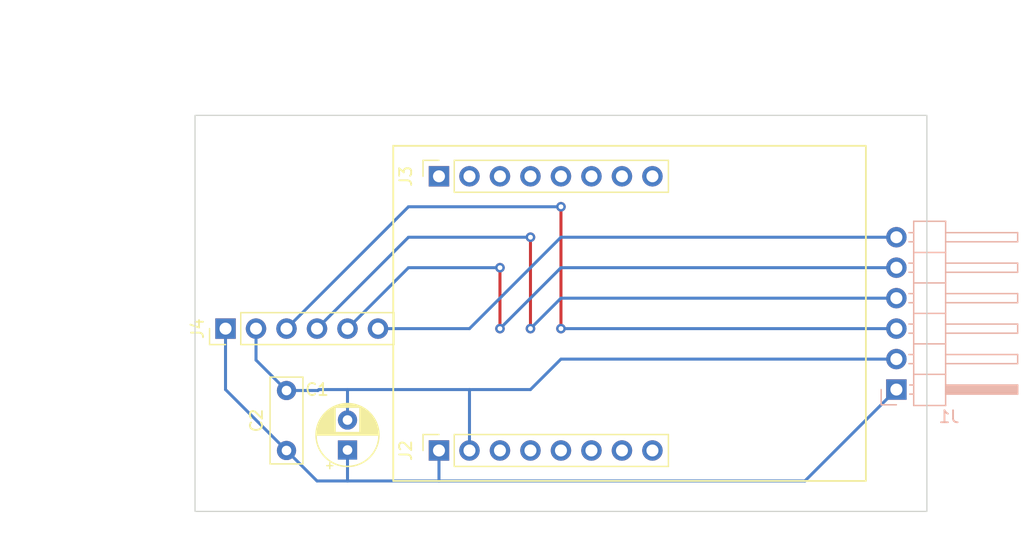
<source format=kicad_pcb>
(kicad_pcb (version 20221018) (generator pcbnew)
  (layers (0 "F.Cu" jumper) (31 "B.Cu" signal) (34 "B.Paste" user) (35 "F.Paste" user) (36 "B.SilkS" user "B.Silkscreen") (37 "F.SilkS" user "F.Silkscreen") (38 "B.Mask" user) (39 "F.Mask" user) (44 "Edge.Cuts" user))
  (net 0 "")
  (net 1 "Net-(J1-SCL)")
  (net 2 "Net-(J1-SDA)")
  (net 9 "+5V")
  (net 10 "GND")
  (net 19 "Net-(J1-RXSHUT)")
  (net 20 "Net-(J1-FXSHUT)")
  (footprint "Capacitor_THT:CP_Radial_D5.0mm_P2.50mm" (layer "F.Cu") (at 91.44 106.64 90)
    (fp_text reference "C1" (at 5.04 -2.54) (layer "F.SilkS"))
    (fp_text value "22 uF")
    (fp_line (start -1.554775 -1.475) (end -1.054775 -1.475) (stroke (width 0.12)) (layer "F.SilkS"))
    (fp_line (start -1.304775 -1.725) (end -1.304775 -1.225) (stroke (width 0.12)) (layer "F.SilkS"))
    (fp_line (start 1.25 -2.58) (end 1.25 2.58) (stroke (width 0.12)) (layer "F.SilkS"))
    (fp_line (start 1.29 -2.58) (end 1.29 2.58) (stroke (width 0.12)) (layer "F.SilkS"))
    (fp_line (start 1.33 -2.579) (end 1.33 2.579) (stroke (width 0.12)) (layer "F.SilkS"))
    (fp_line (start 1.37 -2.578) (end 1.37 2.578) (stroke (width 0.12)) (layer "F.SilkS"))
    (fp_line (start 1.41 -2.576) (end 1.41 2.576) (stroke (width 0.12)) (layer "F.SilkS"))
    (fp_line (start 1.45 -2.573) (end 1.45 2.573) (stroke (width 0.12)) (layer "F.SilkS"))
    (fp_line (start 1.49 -2.569) (end 1.49 -1.04) (stroke (width 0.12)) (layer "F.SilkS"))
    (fp_line (start 1.49 1.04) (end 1.49 2.569) (stroke (width 0.12)) (layer "F.SilkS"))
    (fp_line (start 1.53 -2.565) (end 1.53 -1.04) (stroke (width 0.12)) (layer "F.SilkS"))
    (fp_line (start 1.53 1.04) (end 1.53 2.565) (stroke (width 0.12)) (layer "F.SilkS"))
    (fp_line (start 1.57 -2.561) (end 1.57 -1.04) (stroke (width 0.12)) (layer "F.SilkS"))
    (fp_line (start 1.57 1.04) (end 1.57 2.561) (stroke (width 0.12)) (layer "F.SilkS"))
    (fp_line (start 1.61 -2.556) (end 1.61 -1.04) (stroke (width 0.12)) (layer "F.SilkS"))
    (fp_line (start 1.61 1.04) (end 1.61 2.556) (stroke (width 0.12)) (layer "F.SilkS"))
    (fp_line (start 1.65 -2.55) (end 1.65 -1.04) (stroke (width 0.12)) (layer "F.SilkS"))
    (fp_line (start 1.65 1.04) (end 1.65 2.55) (stroke (width 0.12)) (layer "F.SilkS"))
    (fp_line (start 1.69 -2.543) (end 1.69 -1.04) (stroke (width 0.12)) (layer "F.SilkS"))
    (fp_line (start 1.69 1.04) (end 1.69 2.543) (stroke (width 0.12)) (layer "F.SilkS"))
    (fp_line (start 1.73 -2.536) (end 1.73 -1.04) (stroke (width 0.12)) (layer "F.SilkS"))
    (fp_line (start 1.73 1.04) (end 1.73 2.536) (stroke (width 0.12)) (layer "F.SilkS"))
    (fp_line (start 1.77 -2.528) (end 1.77 -1.04) (stroke (width 0.12)) (layer "F.SilkS"))
    (fp_line (start 1.77 1.04) (end 1.77 2.528) (stroke (width 0.12)) (layer "F.SilkS"))
    (fp_line (start 1.81 -2.52) (end 1.81 -1.04) (stroke (width 0.12)) (layer "F.SilkS"))
    (fp_line (start 1.81 1.04) (end 1.81 2.52) (stroke (width 0.12)) (layer "F.SilkS"))
    (fp_line (start 1.85 -2.511) (end 1.85 -1.04) (stroke (width 0.12)) (layer "F.SilkS"))
    (fp_line (start 1.85 1.04) (end 1.85 2.511) (stroke (width 0.12)) (layer "F.SilkS"))
    (fp_line (start 1.89 -2.501) (end 1.89 -1.04) (stroke (width 0.12)) (layer "F.SilkS"))
    (fp_line (start 1.89 1.04) (end 1.89 2.501) (stroke (width 0.12)) (layer "F.SilkS"))
    (fp_line (start 1.93 -2.491) (end 1.93 -1.04) (stroke (width 0.12)) (layer "F.SilkS"))
    (fp_line (start 1.93 1.04) (end 1.93 2.491) (stroke (width 0.12)) (layer "F.SilkS"))
    (fp_line (start 1.971 -2.48) (end 1.971 -1.04) (stroke (width 0.12)) (layer "F.SilkS"))
    (fp_line (start 1.971 1.04) (end 1.971 2.48) (stroke (width 0.12)) (layer "F.SilkS"))
    (fp_line (start 2.011 -2.468) (end 2.011 -1.04) (stroke (width 0.12)) (layer "F.SilkS"))
    (fp_line (start 2.011 1.04) (end 2.011 2.468) (stroke (width 0.12)) (layer "F.SilkS"))
    (fp_line (start 2.051 -2.455) (end 2.051 -1.04) (stroke (width 0.12)) (layer "F.SilkS"))
    (fp_line (start 2.051 1.04) (end 2.051 2.455) (stroke (width 0.12)) (layer "F.SilkS"))
    (fp_line (start 2.091 -2.442) (end 2.091 -1.04) (stroke (width 0.12)) (layer "F.SilkS"))
    (fp_line (start 2.091 1.04) (end 2.091 2.442) (stroke (width 0.12)) (layer "F.SilkS"))
    (fp_line (start 2.131 -2.428) (end 2.131 -1.04) (stroke (width 0.12)) (layer "F.SilkS"))
    (fp_line (start 2.131 1.04) (end 2.131 2.428) (stroke (width 0.12)) (layer "F.SilkS"))
    (fp_line (start 2.171 -2.414) (end 2.171 -1.04) (stroke (width 0.12)) (layer "F.SilkS"))
    (fp_line (start 2.171 1.04) (end 2.171 2.414) (stroke (width 0.12)) (layer "F.SilkS"))
    (fp_line (start 2.211 -2.398) (end 2.211 -1.04) (stroke (width 0.12)) (layer "F.SilkS"))
    (fp_line (start 2.211 1.04) (end 2.211 2.398) (stroke (width 0.12)) (layer "F.SilkS"))
    (fp_line (start 2.251 -2.382) (end 2.251 -1.04) (stroke (width 0.12)) (layer "F.SilkS"))
    (fp_line (start 2.251 1.04) (end 2.251 2.382) (stroke (width 0.12)) (layer "F.SilkS"))
    (fp_line (start 2.291 -2.365) (end 2.291 -1.04) (stroke (width 0.12)) (layer "F.SilkS"))
    (fp_line (start 2.291 1.04) (end 2.291 2.365) (stroke (width 0.12)) (layer "F.SilkS"))
    (fp_line (start 2.331 -2.348) (end 2.331 -1.04) (stroke (width 0.12)) (layer "F.SilkS"))
    (fp_line (start 2.331 1.04) (end 2.331 2.348) (stroke (width 0.12)) (layer "F.SilkS"))
    (fp_line (start 2.371 -2.329) (end 2.371 -1.04) (stroke (width 0.12)) (layer "F.SilkS"))
    (fp_line (start 2.371 1.04) (end 2.371 2.329) (stroke (width 0.12)) (layer "F.SilkS"))
    (fp_line (start 2.411 -2.31) (end 2.411 -1.04) (stroke (width 0.12)) (layer "F.SilkS"))
    (fp_line (start 2.411 1.04) (end 2.411 2.31) (stroke (width 0.12)) (layer "F.SilkS"))
    (fp_line (start 2.451 -2.29) (end 2.451 -1.04) (stroke (width 0.12)) (layer "F.SilkS"))
    (fp_line (start 2.451 1.04) (end 2.451 2.29) (stroke (width 0.12)) (layer "F.SilkS"))
    (fp_line (start 2.491 -2.268) (end 2.491 -1.04) (stroke (width 0.12)) (layer "F.SilkS"))
    (fp_line (start 2.491 1.04) (end 2.491 2.268) (stroke (width 0.12)) (layer "F.SilkS"))
    (fp_line (start 2.531 -2.247) (end 2.531 -1.04) (stroke (width 0.12)) (layer "F.SilkS"))
    (fp_line (start 2.531 1.04) (end 2.531 2.247) (stroke (width 0.12)) (layer "F.SilkS"))
    (fp_line (start 2.571 -2.224) (end 2.571 -1.04) (stroke (width 0.12)) (layer "F.SilkS"))
    (fp_line (start 2.571 1.04) (end 2.571 2.224) (stroke (width 0.12)) (layer "F.SilkS"))
    (fp_line (start 2.611 -2.2) (end 2.611 -1.04) (stroke (width 0.12)) (layer "F.SilkS"))
    (fp_line (start 2.611 1.04) (end 2.611 2.2) (stroke (width 0.12)) (layer "F.SilkS"))
    (fp_line (start 2.651 -2.175) (end 2.651 -1.04) (stroke (width 0.12)) (layer "F.SilkS"))
    (fp_line (start 2.651 1.04) (end 2.651 2.175) (stroke (width 0.12)) (layer "F.SilkS"))
    (fp_line (start 2.691 -2.149) (end 2.691 -1.04) (stroke (width 0.12)) (layer "F.SilkS"))
    (fp_line (start 2.691 1.04) (end 2.691 2.149) (stroke (width 0.12)) (layer "F.SilkS"))
    (fp_line (start 2.731 -2.122) (end 2.731 -1.04) (stroke (width 0.12)) (layer "F.SilkS"))
    (fp_line (start 2.731 1.04) (end 2.731 2.122) (stroke (width 0.12)) (layer "F.SilkS"))
    (fp_line (start 2.771 -2.095) (end 2.771 -1.04) (stroke (width 0.12)) (layer "F.SilkS"))
    (fp_line (start 2.771 1.04) (end 2.771 2.095) (stroke (width 0.12)) (layer "F.SilkS"))
    (fp_line (start 2.811 -2.065) (end 2.811 -1.04) (stroke (width 0.12)) (layer "F.SilkS"))
    (fp_line (start 2.811 1.04) (end 2.811 2.065) (stroke (width 0.12)) (layer "F.SilkS"))
    (fp_line (start 2.851 -2.035) (end 2.851 -1.04) (stroke (width 0.12)) (layer "F.SilkS"))
    (fp_line (start 2.851 1.04) (end 2.851 2.035) (stroke (width 0.12)) (layer "F.SilkS"))
    (fp_line (start 2.891 -2.004) (end 2.891 -1.04) (stroke (width 0.12)) (layer "F.SilkS"))
    (fp_line (start 2.891 1.04) (end 2.891 2.004) (stroke (width 0.12)) (layer "F.SilkS"))
    (fp_line (start 2.931 -1.971) (end 2.931 -1.04) (stroke (width 0.12)) (layer "F.SilkS"))
    (fp_line (start 2.931 1.04) (end 2.931 1.971) (stroke (width 0.12)) (layer "F.SilkS"))
    (fp_line (start 2.971 -1.937) (end 2.971 -1.04) (stroke (width 0.12)) (layer "F.SilkS"))
    (fp_line (start 2.971 1.04) (end 2.971 1.937) (stroke (width 0.12)) (layer "F.SilkS"))
    (fp_line (start 3.011 -1.901) (end 3.011 -1.04) (stroke (width 0.12)) (layer "F.SilkS"))
    (fp_line (start 3.011 1.04) (end 3.011 1.901) (stroke (width 0.12)) (layer "F.SilkS"))
    (fp_line (start 3.051 -1.864) (end 3.051 -1.04) (stroke (width 0.12)) (layer "F.SilkS"))
    (fp_line (start 3.051 1.04) (end 3.051 1.864) (stroke (width 0.12)) (layer "F.SilkS"))
    (fp_line (start 3.091 -1.826) (end 3.091 -1.04) (stroke (width 0.12)) (layer "F.SilkS"))
    (fp_line (start 3.091 1.04) (end 3.091 1.826) (stroke (width 0.12)) (layer "F.SilkS"))
    (fp_line (start 3.131 -1.785) (end 3.131 -1.04) (stroke (width 0.12)) (layer "F.SilkS"))
    (fp_line (start 3.131 1.04) (end 3.131 1.785) (stroke (width 0.12)) (layer "F.SilkS"))
    (fp_line (start 3.171 -1.743) (end 3.171 -1.04) (stroke (width 0.12)) (layer "F.SilkS"))
    (fp_line (start 3.171 1.04) (end 3.171 1.743) (stroke (width 0.12)) (layer "F.SilkS"))
    (fp_line (start 3.211 -1.699) (end 3.211 -1.04) (stroke (width 0.12)) (layer "F.SilkS"))
    (fp_line (start 3.211 1.04) (end 3.211 1.699) (stroke (width 0.12)) (layer "F.SilkS"))
    (fp_line (start 3.251 -1.653) (end 3.251 -1.04) (stroke (width 0.12)) (layer "F.SilkS"))
    (fp_line (start 3.251 1.04) (end 3.251 1.653) (stroke (width 0.12)) (layer "F.SilkS"))
    (fp_line (start 3.291 -1.605) (end 3.291 -1.04) (stroke (width 0.12)) (layer "F.SilkS"))
    (fp_line (start 3.291 1.04) (end 3.291 1.605) (stroke (width 0.12)) (layer "F.SilkS"))
    (fp_line (start 3.331 -1.554) (end 3.331 -1.04) (stroke (width 0.12)) (layer "F.SilkS"))
    (fp_line (start 3.331 1.04) (end 3.331 1.554) (stroke (width 0.12)) (layer "F.SilkS"))
    (fp_line (start 3.371 -1.5) (end 3.371 -1.04) (stroke (width 0.12)) (layer "F.SilkS"))
    (fp_line (start 3.371 1.04) (end 3.371 1.5) (stroke (width 0.12)) (layer "F.SilkS"))
    (fp_line (start 3.411 -1.443) (end 3.411 -1.04) (stroke (width 0.12)) (layer "F.SilkS"))
    (fp_line (start 3.411 1.04) (end 3.411 1.443) (stroke (width 0.12)) (layer "F.SilkS"))
    (fp_line (start 3.451 -1.383) (end 3.451 -1.04) (stroke (width 0.12)) (layer "F.SilkS"))
    (fp_line (start 3.451 1.04) (end 3.451 1.383) (stroke (width 0.12)) (layer "F.SilkS"))
    (fp_line (start 3.491 -1.319) (end 3.491 -1.04) (stroke (width 0.12)) (layer "F.SilkS"))
    (fp_line (start 3.491 1.04) (end 3.491 1.319) (stroke (width 0.12)) (layer "F.SilkS"))
    (fp_line (start 3.531 -1.251) (end 3.531 -1.04) (stroke (width 0.12)) (layer "F.SilkS"))
    (fp_line (start 3.531 1.04) (end 3.531 1.251) (stroke (width 0.12)) (layer "F.SilkS"))
    (fp_line (start 3.571 -1.178) (end 3.571 1.178) (stroke (width 0.12)) (layer "F.SilkS"))
    (fp_line (start 3.611 -1.098) (end 3.611 1.098) (stroke (width 0.12)) (layer "F.SilkS"))
    (fp_line (start 3.651 -1.011) (end 3.651 1.011) (stroke (width 0.12)) (layer "F.SilkS"))
    (fp_line (start 3.691 -0.915) (end 3.691 0.915) (stroke (width 0.12)) (layer "F.SilkS"))
    (fp_line (start 3.731 -0.805) (end 3.731 0.805) (stroke (width 0.12)) (layer "F.SilkS"))
    (fp_line (start 3.771 -0.677) (end 3.771 0.677) (stroke (width 0.12)) (layer "F.SilkS"))
    (fp_line (start 3.811 -0.518) (end 3.811 0.518) (stroke (width 0.12)) (layer "F.SilkS"))
    (fp_line (start 3.851 -0.284) (end 3.851 0.284) (stroke (width 0.12)) (layer "F.SilkS"))
    (fp_circle (center 1.25 0) (end 3.87 0) (stroke (width 0.12)) (fill none) (layer "F.SilkS"))
    (pad "1" thru_hole rect (at 0 0 90) (size 1.6 1.6) (drill 0.8) (layers "*.Cu" "*.Mask") (net 9 "+5V"))
    (pad "2" thru_hole circle (at 2.5 0 90) (size 1.6 1.6) (drill 0.8) (layers "*.Cu" "*.Mask") (net 10 "GND"))
  )
  (footprint "Connector_PinHeader_2.54mm:PinHeader_1x06_P2.54mm_Vertical" (layer "F.Cu") (at 81.28 96.52 90)
    (fp_text reference "J4" (at 0 -2.33 90) (layer "F.SilkS"))
    (fp_text value "Conn_01x06_Pin")
    (fp_line (start -1.33 -1.33) (end 0 -1.33) (stroke (width 0.12)) (layer "F.SilkS"))
    (fp_line (start -1.33 0) (end -1.33 -1.33) (stroke (width 0.12)) (layer "F.SilkS"))
    (fp_line (start -1.33 1.27) (end -1.33 14.03) (stroke (width 0.12)) (layer "F.SilkS"))
    (fp_line (start -1.33 1.27) (end 1.33 1.27) (stroke (width 0.12)) (layer "F.SilkS"))
    (fp_line (start -1.33 14.03) (end 1.33 14.03) (stroke (width 0.12)) (layer "F.SilkS"))
    (fp_line (start 1.33 1.27) (end 1.33 14.03) (stroke (width 0.12)) (layer "F.SilkS"))
    (pad "1" thru_hole rect (at 0 0 90) (size 1.7 1.7) (drill 1) (layers "*.Cu" "*.Mask") (net 9 "+5V"))
    (pad "2" thru_hole oval (at 0 2.54 90) (size 1.7 1.7) (drill 1) (layers "*.Cu" "*.Mask") (net 10 "GND"))
    (pad "3" thru_hole oval (at 0 5.08 90) (size 1.7 1.7) (drill 1) (layers "*.Cu" "*.Mask") (net 1 "Net-(J1-SCL)"))
    (pad "4" thru_hole oval (at 0 7.62 90) (size 1.7 1.7) (drill 1) (layers "*.Cu" "*.Mask") (net 2 "Net-(J1-SDA)"))
    (pad "5" thru_hole oval (at 0 10.16 90) (size 1.7 1.7) (drill 1) (layers "*.Cu" "*.Mask") (net 19 "Net-(J1-RXSHUT)"))
    (pad "6" thru_hole oval (at 0 12.7 90) (size 1.7 1.7) (drill 1) (layers "*.Cu" "*.Mask") (net 20 "Net-(J1-FXSHUT)"))
  )
  (footprint "Connector_PinSocket_2.54mm:PinSocket_1x08_P2.54mm_Vertical" (layer "F.Cu") (at 99.06 83.82 90)
    (fp_text reference "J3" (at 0 -2.77 90) (layer "F.SilkS"))
    (fp_text value "Conn_01x08_Socket")
    (fp_line (start -1.33 1.27) (end -1.33 19.11) (stroke (width 0.12)) (layer "F.SilkS"))
    (fp_line (start -1.33 1.27) (end 1.33 1.27) (stroke (width 0.12)) (layer "F.SilkS"))
    (fp_line (start -1.33 19.11) (end 1.33 19.11) (stroke (width 0.12)) (layer "F.SilkS"))
    (fp_line (start 0 -1.33) (end 1.33 -1.33) (stroke (width 0.12)) (layer "F.SilkS"))
    (fp_line (start 1.33 -1.33) (end 1.33 0) (stroke (width 0.12)) (layer "F.SilkS"))
    (fp_line (start 1.33 1.27) (end 1.33 19.11) (stroke (width 0.12)) (layer "F.SilkS"))
    (pad "1" thru_hole rect (at 0 0 90) (size 1.7 1.7) (drill 1) (layers "*.Cu" "*.Mask"))
    (pad "2" thru_hole oval (at 0 2.54 90) (size 1.7 1.7) (drill 1) (layers "*.Cu" "*.Mask"))
    (pad "3" thru_hole oval (at 0 5.08 90) (size 1.7 1.7) (drill 1) (layers "*.Cu" "*.Mask"))
    (pad "4" thru_hole oval (at 0 7.62 90) (size 1.7 1.7) (drill 1) (layers "*.Cu" "*.Mask"))
    (pad "5" thru_hole oval (at 0 10.16 90) (size 1.7 1.7) (drill 1) (layers "*.Cu" "*.Mask"))
    (pad "6" thru_hole oval (at 0 12.7 90) (size 1.7 1.7) (drill 1) (layers "*.Cu" "*.Mask"))
    (pad "7" thru_hole oval (at 0 15.24 90) (size 1.7 1.7) (drill 1) (layers "*.Cu" "*.Mask"))
    (pad "8" thru_hole oval (at 0 17.78 90) (size 1.7 1.7) (drill 1) (layers "*.Cu" "*.Mask"))
  )
  (footprint "Capacitor_THT:C_Rect_L7.0mm_W2.5mm_P5.00mm" (layer "F.Cu") (at 86.36 106.68 90)
    (fp_text reference "C2" (at 2.5 -2.5 90) (layer "F.SilkS"))
    (fp_text value "100nF")
    (fp_line (start -1.12 -1.37) (end -1.12 1.37) (stroke (width 0.12)) (layer "F.SilkS"))
    (fp_line (start -1.12 -1.37) (end 6.12 -1.37) (stroke (width 0.12)) (layer "F.SilkS"))
    (fp_line (start -1.12 1.37) (end 6.12 1.37) (stroke (width 0.12)) (layer "F.SilkS"))
    (fp_line (start 6.12 -1.37) (end 6.12 1.37) (stroke (width 0.12)) (layer "F.SilkS"))
    (pad "1" thru_hole circle (at 0 0 90) (size 1.6 1.6) (drill 0.8) (layers "*.Cu" "*.Mask") (net 9 "+5V"))
    (pad "2" thru_hole circle (at 5 0 90) (size 1.6 1.6) (drill 0.8) (layers "*.Cu" "*.Mask") (net 10 "GND"))
  )
  (footprint "Connector_PinSocket_2.54mm:PinSocket_1x08_P2.54mm_Vertical" (layer "F.Cu") (at 99.06 106.68 90)
    (fp_text reference "J2" (at 0 -2.77 90) (layer "F.SilkS"))
    (fp_text value "Conn_01x08_Socket")
    (fp_line (start -1.33 1.27) (end -1.33 19.11) (stroke (width 0.12)) (layer "F.SilkS"))
    (fp_line (start -1.33 1.27) (end 1.33 1.27) (stroke (width 0.12)) (layer "F.SilkS"))
    (fp_line (start -1.33 19.11) (end 1.33 19.11) (stroke (width 0.12)) (layer "F.SilkS"))
    (fp_line (start 0 -1.33) (end 1.33 -1.33) (stroke (width 0.12)) (layer "F.SilkS"))
    (fp_line (start 1.33 -1.33) (end 1.33 0) (stroke (width 0.12)) (layer "F.SilkS"))
    (fp_line (start 1.33 1.27) (end 1.33 19.11) (stroke (width 0.12)) (layer "F.SilkS"))
    (pad "1" thru_hole rect (at 0 0 90) (size 1.7 1.7) (drill 1) (layers "*.Cu" "*.Mask") (net 9 "+5V"))
    (pad "2" thru_hole oval (at 0 2.54 90) (size 1.7 1.7) (drill 1) (layers "*.Cu" "*.Mask") (net 10 "GND"))
    (pad "3" thru_hole oval (at 0 5.08 90) (size 1.7 1.7) (drill 1) (layers "*.Cu" "*.Mask"))
    (pad "4" thru_hole oval (at 0 7.62 90) (size 1.7 1.7) (drill 1) (layers "*.Cu" "*.Mask"))
    (pad "5" thru_hole oval (at 0 10.16 90) (size 1.7 1.7) (drill 1) (layers "*.Cu" "*.Mask"))
    (pad "6" thru_hole oval (at 0 12.7 90) (size 1.7 1.7) (drill 1) (layers "*.Cu" "*.Mask"))
    (pad "7" thru_hole oval (at 0 15.24 90) (size 1.7 1.7) (drill 1) (layers "*.Cu" "*.Mask"))
    (pad "8" thru_hole oval (at 0 17.78 90) (size 1.7 1.7) (drill 1) (layers "*.Cu" "*.Mask"))
  )
  (footprint "Connector_PinHeader_2.54mm:PinHeader_1x06_P2.54mm_Horizontal" (layer "B.Cu") (at 137.16 101.6)
    (fp_text reference "J1" (at 4.385 2.27) (layer "B.SilkS") (effects (justify mirror)))
    (fp_text value "Conn_01x06_Pin")
    (fp_line (start -1.27 0) (end -1.27 1.27) (stroke (width 0.12)) (layer "B.SilkS"))
    (fp_line (start -1.27 1.27) (end 0 1.27) (stroke (width 0.12)) (layer "B.SilkS"))
    (fp_line (start 1.042929 -13.08) (end 1.44 -13.08) (stroke (width 0.12)) (layer "B.SilkS"))
    (fp_line (start 1.042929 -12.32) (end 1.44 -12.32) (stroke (width 0.12)) (layer "B.SilkS"))
    (fp_line (start 1.042929 -10.54) (end 1.44 -10.54) (stroke (width 0.12)) (layer "B.SilkS"))
    (fp_line (start 1.042929 -9.78) (end 1.44 -9.78) (stroke (width 0.12)) (layer "B.SilkS"))
    (fp_line (start 1.042929 -8) (end 1.44 -8) (stroke (width 0.12)) (layer "B.SilkS"))
    (fp_line (start 1.042929 -7.24) (end 1.44 -7.24) (stroke (width 0.12)) (layer "B.SilkS"))
    (fp_line (start 1.042929 -5.46) (end 1.44 -5.46) (stroke (width 0.12)) (layer "B.SilkS"))
    (fp_line (start 1.042929 -4.7) (end 1.44 -4.7) (stroke (width 0.12)) (layer "B.SilkS"))
    (fp_line (start 1.042929 -2.92) (end 1.44 -2.92) (stroke (width 0.12)) (layer "B.SilkS"))
    (fp_line (start 1.042929 -2.16) (end 1.44 -2.16) (stroke (width 0.12)) (layer "B.SilkS"))
    (fp_line (start 1.11 -0.38) (end 1.44 -0.38) (stroke (width 0.12)) (layer "B.SilkS"))
    (fp_line (start 1.11 0.38) (end 1.44 0.38) (stroke (width 0.12)) (layer "B.SilkS"))
    (fp_line (start 1.44 -14.03) (end 4.1 -14.03) (stroke (width 0.12)) (layer "B.SilkS"))
    (fp_line (start 1.44 -11.43) (end 4.1 -11.43) (stroke (width 0.12)) (layer "B.SilkS"))
    (fp_line (start 1.44 -8.89) (end 4.1 -8.89) (stroke (width 0.12)) (layer "B.SilkS"))
    (fp_line (start 1.44 -6.35) (end 4.1 -6.35) (stroke (width 0.12)) (layer "B.SilkS"))
    (fp_line (start 1.44 -3.81) (end 4.1 -3.81) (stroke (width 0.12)) (layer "B.SilkS"))
    (fp_line (start 1.44 -1.27) (end 4.1 -1.27) (stroke (width 0.12)) (layer "B.SilkS"))
    (fp_line (start 1.44 1.33) (end 1.44 -14.03) (stroke (width 0.12)) (layer "B.SilkS"))
    (fp_line (start 4.1 -14.03) (end 4.1 1.33) (stroke (width 0.12)) (layer "B.SilkS"))
    (fp_line (start 4.1 -12.32) (end 10.1 -12.32) (stroke (width 0.12)) (layer "B.SilkS"))
    (fp_line (start 4.1 -9.78) (end 10.1 -9.78) (stroke (width 0.12)) (layer "B.SilkS"))
    (fp_line (start 4.1 -7.24) (end 10.1 -7.24) (stroke (width 0.12)) (layer "B.SilkS"))
    (fp_line (start 4.1 -4.7) (end 10.1 -4.7) (stroke (width 0.12)) (layer "B.SilkS"))
    (fp_line (start 4.1 -2.16) (end 10.1 -2.16) (stroke (width 0.12)) (layer "B.SilkS"))
    (fp_line (start 4.1 -0.28) (end 10.1 -0.28) (stroke (width 0.12)) (layer "B.SilkS"))
    (fp_line (start 4.1 -0.16) (end 10.1 -0.16) (stroke (width 0.12)) (layer "B.SilkS"))
    (fp_line (start 4.1 -0.04) (end 10.1 -0.04) (stroke (width 0.12)) (layer "B.SilkS"))
    (fp_line (start 4.1 0.08) (end 10.1 0.08) (stroke (width 0.12)) (layer "B.SilkS"))
    (fp_line (start 4.1 0.2) (end 10.1 0.2) (stroke (width 0.12)) (layer "B.SilkS"))
    (fp_line (start 4.1 0.32) (end 10.1 0.32) (stroke (width 0.12)) (layer "B.SilkS"))
    (fp_line (start 4.1 0.38) (end 10.1 0.38) (stroke (width 0.12)) (layer "B.SilkS"))
    (fp_line (start 4.1 1.33) (end 1.44 1.33) (stroke (width 0.12)) (layer "B.SilkS"))
    (fp_line (start 10.1 -13.08) (end 4.1 -13.08) (stroke (width 0.12)) (layer "B.SilkS"))
    (fp_line (start 10.1 -12.32) (end 10.1 -13.08) (stroke (width 0.12)) (layer "B.SilkS"))
    (fp_line (start 10.1 -10.54) (end 4.1 -10.54) (stroke (width 0.12)) (layer "B.SilkS"))
    (fp_line (start 10.1 -9.78) (end 10.1 -10.54) (stroke (width 0.12)) (layer "B.SilkS"))
    (fp_line (start 10.1 -8) (end 4.1 -8) (stroke (width 0.12)) (layer "B.SilkS"))
    (fp_line (start 10.1 -7.24) (end 10.1 -8) (stroke (width 0.12)) (layer "B.SilkS"))
    (fp_line (start 10.1 -5.46) (end 4.1 -5.46) (stroke (width 0.12)) (layer "B.SilkS"))
    (fp_line (start 10.1 -4.7) (end 10.1 -5.46) (stroke (width 0.12)) (layer "B.SilkS"))
    (fp_line (start 10.1 -2.92) (end 4.1 -2.92) (stroke (width 0.12)) (layer "B.SilkS"))
    (fp_line (start 10.1 -2.16) (end 10.1 -2.92) (stroke (width 0.12)) (layer "B.SilkS"))
    (fp_line (start 10.1 -0.38) (end 4.1 -0.38) (stroke (width 0.12)) (layer "B.SilkS"))
    (fp_line (start 10.1 0.38) (end 10.1 -0.38) (stroke (width 0.12)) (layer "B.SilkS"))
    (pad "1" thru_hole rect (at 0 0) (size 1.7 1.7) (drill 1) (layers "*.Cu" "*.Mask") (net 9 "+5V"))
    (pad "2" thru_hole oval (at 0 -2.54) (size 1.7 1.7) (drill 1) (layers "*.Cu" "*.Mask") (net 10 "GND"))
    (pad "3" thru_hole oval (at 0 -5.08) (size 1.7 1.7) (drill 1) (layers "*.Cu" "*.Mask") (net 1 "Net-(J1-SCL)"))
    (pad "4" thru_hole oval (at 0 -7.62) (size 1.7 1.7) (drill 1) (layers "*.Cu" "*.Mask") (net 2 "Net-(J1-SDA)"))
    (pad "5" thru_hole oval (at 0 -10.16) (size 1.7 1.7) (drill 1) (layers "*.Cu" "*.Mask") (net 19 "Net-(J1-RXSHUT)"))
    (pad "6" thru_hole oval (at 0 -12.7) (size 1.7 1.7) (drill 1) (layers "*.Cu" "*.Mask") (net 20 "Net-(J1-FXSHUT)"))
  )
  (gr_rect (start 95.25 81.28) (end 134.62 109.22) (stroke (width 0.15)) (fill none) (layer "F.SilkS"))
  (gr_rect (start 78.74 78.74) (end 139.7 111.76) (stroke (width 0.1)) (fill none) (layer "Edge.Cuts"))
  (segment (start 109.22 96.52) (end 109.22 86.36) (width 0.25) (layer "F.Cu") (net 1))
  (via (at 109.22 86.36) (size 0.8) (drill 0.4) (layers "F.Cu" "B.Cu") (net 1))
  (via (at 109.22 96.52) (size 0.8) (drill 0.4) (layers "F.Cu" "B.Cu") (net 1))
  (segment (start 109.22 86.36) (end 96.52 86.36) (width 0.25) (layer "B.Cu") (net 1))
  (segment (start 137.16 96.52) (end 109.22 96.52) (width 0.25) (layer "B.Cu") (net 1))
  (segment (start 96.52 86.36) (end 86.36 96.52) (width 0.25) (layer "B.Cu") (net 1))
  (segment (start 106.68 88.9) (end 106.68 96.52) (width 0.25) (layer "F.Cu") (net 2))
  (via (at 106.68 96.52) (size 0.8) (drill 0.4) (layers "F.Cu" "B.Cu") (net 2))
  (via (at 106.68 88.9) (size 0.8) (drill 0.4) (layers "F.Cu" "B.Cu") (net 2))
  (segment (start 109.22 93.98) (end 106.68 96.52) (width 0.25) (layer "B.Cu") (net 2))
  (segment (start 88.9 96.52) (end 96.52 88.9) (width 0.25) (layer "B.Cu") (net 2))
  (segment (start 96.52 88.9) (end 106.68 88.9) (width 0.25) (layer "B.Cu") (net 2))
  (segment (start 137.16 93.98) (end 109.22 93.98) (width 0.25) (layer "B.Cu") (net 2))
  (segment (start 99.06 109.22) (end 129.54 109.22) (width 0.25) (layer "B.Cu") (net 9))
  (segment (start 81.28 96.52) (end 81.28 101.6) (width 0.25) (layer "B.Cu") (net 9))
  (segment (start 81.28 101.6) (end 86.36 106.68) (width 0.25) (layer "B.Cu") (net 9))
  (segment (start 88.9 109.22) (end 91.44 109.22) (width 0.25) (layer "B.Cu") (net 9))
  (segment (start 91.44 109.22) (end 99.06 109.22) (width 0.25) (layer "B.Cu") (net 9))
  (segment (start 99.06 106.68) (end 99.06 109.22) (width 0.25) (layer "B.Cu") (net 9))
  (segment (start 129.54 109.22) (end 137.16 101.6) (width 0.25) (layer "B.Cu") (net 9))
  (segment (start 86.36 106.68) (end 88.9 109.22) (width 0.25) (layer "B.Cu") (net 9))
  (segment (start 91.44 106.64) (end 91.44 109.22) (width 0.25) (layer "B.Cu") (net 9))
  (segment (start 83.82 96.52) (end 83.82 99.14) (width 0.25) (layer "B.Cu") (net 10))
  (segment (start 88.98 101.68) (end 89.06 101.6) (width 0.25) (layer "B.Cu") (net 10))
  (segment (start 89.06 101.6) (end 101.6 101.6) (width 0.25) (layer "B.Cu") (net 10))
  (segment (start 109.22 99.06) (end 137.16 99.06) (width 0.25) (layer "B.Cu") (net 10))
  (segment (start 106.68 101.6) (end 109.22 99.06) (width 0.25) (layer "B.Cu") (net 10))
  (segment (start 101.6 106.68) (end 101.6 101.6) (width 0.25) (layer "B.Cu") (net 10))
  (segment (start 101.6 101.6) (end 106.68 101.6) (width 0.25) (layer "B.Cu") (net 10))
  (segment (start 83.82 99.14) (end 86.36 101.68) (width 0.25) (layer "B.Cu") (net 10))
  (segment (start 91.44 104.14) (end 91.44 101.6) (width 0.25) (layer "B.Cu") (net 10))
  (segment (start 86.36 101.68) (end 88.98 101.68) (width 0.25) (layer "B.Cu") (net 10))
  (segment (start 104.14 91.44) (end 104.14 96.52) (width 0.25) (layer "F.Cu") (net 19))
  (via (at 104.14 96.52) (size 0.8) (drill 0.4) (layers "F.Cu" "B.Cu") (net 19))
  (via (at 104.14 91.44) (size 0.8) (drill 0.4) (layers "F.Cu" "B.Cu") (net 19))
  (segment (start 96.52 91.44) (end 104.14 91.44) (width 0.25) (layer "B.Cu") (net 19))
  (segment (start 137.16 91.44) (end 109.22 91.44) (width 0.25) (layer "B.Cu") (net 19))
  (segment (start 91.44 96.52) (end 96.52 91.44) (width 0.25) (layer "B.Cu") (net 19))
  (segment (start 109.22 91.44) (end 104.14 96.52) (width 0.25) (layer "B.Cu") (net 19))
  (segment (start 137.16 88.9) (end 109.22 88.9) (width 0.25) (layer "B.Cu") (net 20))
  (segment (start 101.6 96.52) (end 109.22 88.9) (width 0.25) (layer "B.Cu") (net 20))
  (segment (start 93.98 96.52) (end 101.6 96.52) (width 0.25) (layer "B.Cu") (net 20))
)
</source>
